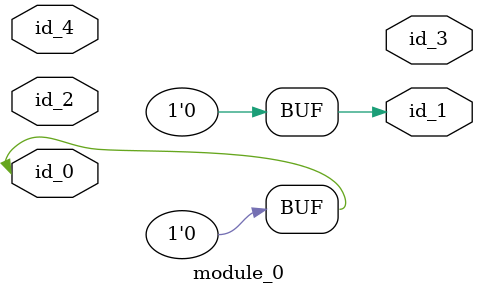
<source format=v>
`timescale 1 ps / 1 ps
module module_0 (
    input  id_0,
    output id_1,
    input  id_2,
    output id_3,
    input  id_4
);
  assign id_1 = id_0;
  assign id_1 = 1'h0;
endmodule

</source>
